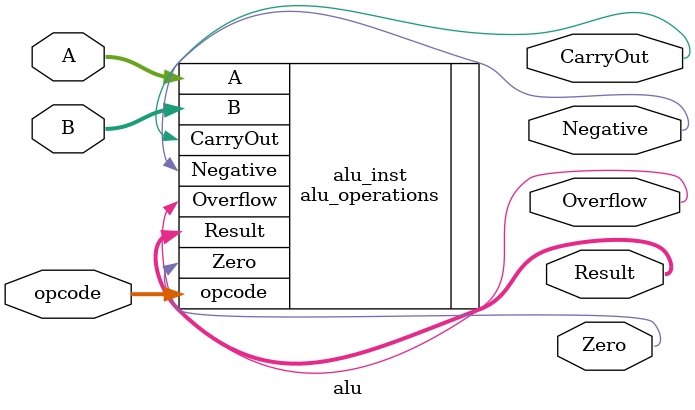
<source format=v>
module alu(
    input [7:0] A,
    input [7:0] B,
    input [3:0] opcode,
    output [7:0] Result,
    output CarryOut,
    output Zero,
    output Overflow,
    output Negative
);
    alu_operations alu_inst(
        .A(A),
        .B(B),
        .opcode(opcode),
        .Result(Result),
        .CarryOut(CarryOut),
        .Zero(Zero),
        .Overflow(Overflow),
        .Negative(Negative)
    );
endmodule

</source>
